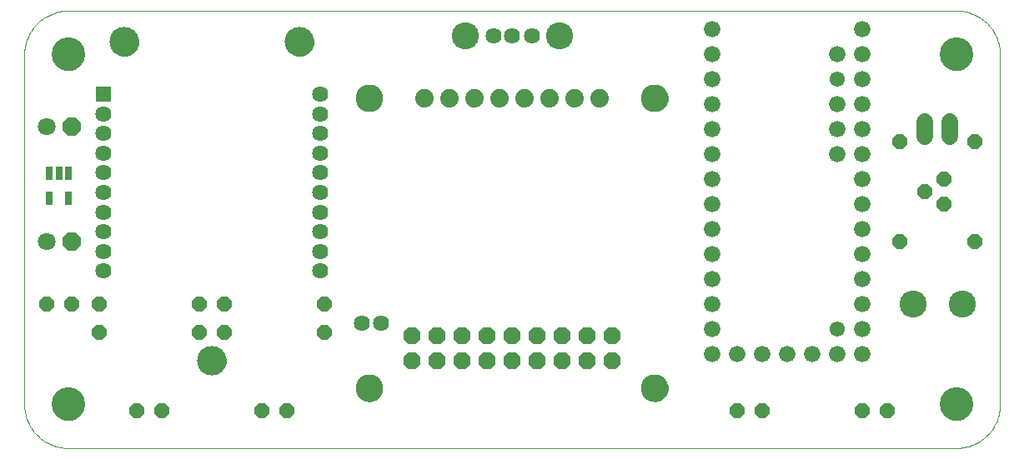
<source format=gts>
G75*
G70*
%OFA0B0*%
%FSLAX24Y24*%
%IPPOS*%
%LPD*%
%AMOC8*
5,1,8,0,0,1.08239X$1,22.5*
%
%ADD10C,0.0000*%
%ADD11C,0.1182*%
%ADD12C,0.0640*%
%ADD13R,0.0640X0.0640*%
%ADD14C,0.0660*%
%ADD15OC8,0.0600*%
%ADD16C,0.0740*%
%ADD17C,0.1104*%
%ADD18R,0.0297X0.0552*%
%ADD19OC8,0.0710*%
%ADD20C,0.0710*%
%ADD21C,0.1340*%
%ADD22C,0.1080*%
%ADD23OC8,0.0680*%
%ADD24C,0.0674*%
%ADD25C,0.0611*%
D10*
X002418Y000253D02*
X037918Y000253D01*
X037288Y002003D02*
X037290Y002053D01*
X037296Y002103D01*
X037306Y002152D01*
X037320Y002200D01*
X037337Y002247D01*
X037358Y002292D01*
X037383Y002336D01*
X037411Y002377D01*
X037443Y002416D01*
X037477Y002453D01*
X037514Y002487D01*
X037554Y002517D01*
X037596Y002544D01*
X037640Y002568D01*
X037686Y002589D01*
X037733Y002605D01*
X037781Y002618D01*
X037831Y002627D01*
X037880Y002632D01*
X037931Y002633D01*
X037981Y002630D01*
X038030Y002623D01*
X038079Y002612D01*
X038127Y002597D01*
X038173Y002579D01*
X038218Y002557D01*
X038261Y002531D01*
X038302Y002502D01*
X038341Y002470D01*
X038377Y002435D01*
X038409Y002397D01*
X038439Y002357D01*
X038466Y002314D01*
X038489Y002270D01*
X038508Y002224D01*
X038524Y002176D01*
X038536Y002127D01*
X038544Y002078D01*
X038548Y002028D01*
X038548Y001978D01*
X038544Y001928D01*
X038536Y001879D01*
X038524Y001830D01*
X038508Y001782D01*
X038489Y001736D01*
X038466Y001692D01*
X038439Y001649D01*
X038409Y001609D01*
X038377Y001571D01*
X038341Y001536D01*
X038302Y001504D01*
X038261Y001475D01*
X038218Y001449D01*
X038173Y001427D01*
X038127Y001409D01*
X038079Y001394D01*
X038030Y001383D01*
X037981Y001376D01*
X037931Y001373D01*
X037880Y001374D01*
X037831Y001379D01*
X037781Y001388D01*
X037733Y001401D01*
X037686Y001417D01*
X037640Y001438D01*
X037596Y001462D01*
X037554Y001489D01*
X037514Y001519D01*
X037477Y001553D01*
X037443Y001590D01*
X037411Y001629D01*
X037383Y001670D01*
X037358Y001714D01*
X037337Y001759D01*
X037320Y001806D01*
X037306Y001854D01*
X037296Y001903D01*
X037290Y001953D01*
X037288Y002003D01*
X037918Y000253D02*
X038001Y000255D01*
X038084Y000261D01*
X038167Y000271D01*
X038249Y000285D01*
X038331Y000302D01*
X038411Y000324D01*
X038490Y000349D01*
X038568Y000378D01*
X038645Y000411D01*
X038720Y000448D01*
X038793Y000487D01*
X038864Y000531D01*
X038933Y000577D01*
X039000Y000627D01*
X039064Y000680D01*
X039126Y000736D01*
X039185Y000795D01*
X039241Y000857D01*
X039294Y000921D01*
X039344Y000988D01*
X039390Y001057D01*
X039434Y001128D01*
X039473Y001201D01*
X039510Y001276D01*
X039543Y001353D01*
X039572Y001431D01*
X039597Y001510D01*
X039619Y001590D01*
X039636Y001672D01*
X039650Y001754D01*
X039660Y001837D01*
X039666Y001920D01*
X039668Y002003D01*
X039668Y016003D01*
X037288Y016003D02*
X037290Y016053D01*
X037296Y016103D01*
X037306Y016152D01*
X037320Y016200D01*
X037337Y016247D01*
X037358Y016292D01*
X037383Y016336D01*
X037411Y016377D01*
X037443Y016416D01*
X037477Y016453D01*
X037514Y016487D01*
X037554Y016517D01*
X037596Y016544D01*
X037640Y016568D01*
X037686Y016589D01*
X037733Y016605D01*
X037781Y016618D01*
X037831Y016627D01*
X037880Y016632D01*
X037931Y016633D01*
X037981Y016630D01*
X038030Y016623D01*
X038079Y016612D01*
X038127Y016597D01*
X038173Y016579D01*
X038218Y016557D01*
X038261Y016531D01*
X038302Y016502D01*
X038341Y016470D01*
X038377Y016435D01*
X038409Y016397D01*
X038439Y016357D01*
X038466Y016314D01*
X038489Y016270D01*
X038508Y016224D01*
X038524Y016176D01*
X038536Y016127D01*
X038544Y016078D01*
X038548Y016028D01*
X038548Y015978D01*
X038544Y015928D01*
X038536Y015879D01*
X038524Y015830D01*
X038508Y015782D01*
X038489Y015736D01*
X038466Y015692D01*
X038439Y015649D01*
X038409Y015609D01*
X038377Y015571D01*
X038341Y015536D01*
X038302Y015504D01*
X038261Y015475D01*
X038218Y015449D01*
X038173Y015427D01*
X038127Y015409D01*
X038079Y015394D01*
X038030Y015383D01*
X037981Y015376D01*
X037931Y015373D01*
X037880Y015374D01*
X037831Y015379D01*
X037781Y015388D01*
X037733Y015401D01*
X037686Y015417D01*
X037640Y015438D01*
X037596Y015462D01*
X037554Y015489D01*
X037514Y015519D01*
X037477Y015553D01*
X037443Y015590D01*
X037411Y015629D01*
X037383Y015670D01*
X037358Y015714D01*
X037337Y015759D01*
X037320Y015806D01*
X037306Y015854D01*
X037296Y015903D01*
X037290Y015953D01*
X037288Y016003D01*
X037918Y017753D02*
X038001Y017751D01*
X038084Y017745D01*
X038167Y017735D01*
X038249Y017721D01*
X038331Y017704D01*
X038411Y017682D01*
X038490Y017657D01*
X038568Y017628D01*
X038645Y017595D01*
X038720Y017558D01*
X038793Y017519D01*
X038864Y017475D01*
X038933Y017429D01*
X039000Y017379D01*
X039064Y017326D01*
X039126Y017270D01*
X039185Y017211D01*
X039241Y017149D01*
X039294Y017085D01*
X039344Y017018D01*
X039390Y016949D01*
X039434Y016878D01*
X039473Y016805D01*
X039510Y016730D01*
X039543Y016653D01*
X039572Y016575D01*
X039597Y016496D01*
X039619Y016416D01*
X039636Y016334D01*
X039650Y016252D01*
X039660Y016169D01*
X039666Y016086D01*
X039668Y016003D01*
X037918Y017753D02*
X002418Y017753D01*
X004117Y016503D02*
X004119Y016550D01*
X004125Y016596D01*
X004135Y016642D01*
X004148Y016687D01*
X004166Y016730D01*
X004187Y016772D01*
X004211Y016812D01*
X004239Y016849D01*
X004270Y016884D01*
X004304Y016917D01*
X004340Y016946D01*
X004379Y016972D01*
X004420Y016995D01*
X004463Y017014D01*
X004507Y017030D01*
X004552Y017042D01*
X004598Y017050D01*
X004645Y017054D01*
X004691Y017054D01*
X004738Y017050D01*
X004784Y017042D01*
X004829Y017030D01*
X004873Y017014D01*
X004916Y016995D01*
X004957Y016972D01*
X004996Y016946D01*
X005032Y016917D01*
X005066Y016884D01*
X005097Y016849D01*
X005125Y016812D01*
X005149Y016772D01*
X005170Y016730D01*
X005188Y016687D01*
X005201Y016642D01*
X005211Y016596D01*
X005217Y016550D01*
X005219Y016503D01*
X005217Y016456D01*
X005211Y016410D01*
X005201Y016364D01*
X005188Y016319D01*
X005170Y016276D01*
X005149Y016234D01*
X005125Y016194D01*
X005097Y016157D01*
X005066Y016122D01*
X005032Y016089D01*
X004996Y016060D01*
X004957Y016034D01*
X004916Y016011D01*
X004873Y015992D01*
X004829Y015976D01*
X004784Y015964D01*
X004738Y015956D01*
X004691Y015952D01*
X004645Y015952D01*
X004598Y015956D01*
X004552Y015964D01*
X004507Y015976D01*
X004463Y015992D01*
X004420Y016011D01*
X004379Y016034D01*
X004340Y016060D01*
X004304Y016089D01*
X004270Y016122D01*
X004239Y016157D01*
X004211Y016194D01*
X004187Y016234D01*
X004166Y016276D01*
X004148Y016319D01*
X004135Y016364D01*
X004125Y016410D01*
X004119Y016456D01*
X004117Y016503D01*
X001788Y016003D02*
X001790Y016053D01*
X001796Y016103D01*
X001806Y016152D01*
X001820Y016200D01*
X001837Y016247D01*
X001858Y016292D01*
X001883Y016336D01*
X001911Y016377D01*
X001943Y016416D01*
X001977Y016453D01*
X002014Y016487D01*
X002054Y016517D01*
X002096Y016544D01*
X002140Y016568D01*
X002186Y016589D01*
X002233Y016605D01*
X002281Y016618D01*
X002331Y016627D01*
X002380Y016632D01*
X002431Y016633D01*
X002481Y016630D01*
X002530Y016623D01*
X002579Y016612D01*
X002627Y016597D01*
X002673Y016579D01*
X002718Y016557D01*
X002761Y016531D01*
X002802Y016502D01*
X002841Y016470D01*
X002877Y016435D01*
X002909Y016397D01*
X002939Y016357D01*
X002966Y016314D01*
X002989Y016270D01*
X003008Y016224D01*
X003024Y016176D01*
X003036Y016127D01*
X003044Y016078D01*
X003048Y016028D01*
X003048Y015978D01*
X003044Y015928D01*
X003036Y015879D01*
X003024Y015830D01*
X003008Y015782D01*
X002989Y015736D01*
X002966Y015692D01*
X002939Y015649D01*
X002909Y015609D01*
X002877Y015571D01*
X002841Y015536D01*
X002802Y015504D01*
X002761Y015475D01*
X002718Y015449D01*
X002673Y015427D01*
X002627Y015409D01*
X002579Y015394D01*
X002530Y015383D01*
X002481Y015376D01*
X002431Y015373D01*
X002380Y015374D01*
X002331Y015379D01*
X002281Y015388D01*
X002233Y015401D01*
X002186Y015417D01*
X002140Y015438D01*
X002096Y015462D01*
X002054Y015489D01*
X002014Y015519D01*
X001977Y015553D01*
X001943Y015590D01*
X001911Y015629D01*
X001883Y015670D01*
X001858Y015714D01*
X001837Y015759D01*
X001820Y015806D01*
X001806Y015854D01*
X001796Y015903D01*
X001790Y015953D01*
X001788Y016003D01*
X000668Y016003D02*
X000670Y016086D01*
X000676Y016169D01*
X000686Y016252D01*
X000700Y016334D01*
X000717Y016416D01*
X000739Y016496D01*
X000764Y016575D01*
X000793Y016653D01*
X000826Y016730D01*
X000863Y016805D01*
X000902Y016878D01*
X000946Y016949D01*
X000992Y017018D01*
X001042Y017085D01*
X001095Y017149D01*
X001151Y017211D01*
X001210Y017270D01*
X001272Y017326D01*
X001336Y017379D01*
X001403Y017429D01*
X001472Y017475D01*
X001543Y017519D01*
X001616Y017558D01*
X001691Y017595D01*
X001768Y017628D01*
X001846Y017657D01*
X001925Y017682D01*
X002005Y017704D01*
X002087Y017721D01*
X002169Y017735D01*
X002252Y017745D01*
X002335Y017751D01*
X002418Y017753D01*
X000668Y016003D02*
X000668Y002003D01*
X001788Y002003D02*
X001790Y002053D01*
X001796Y002103D01*
X001806Y002152D01*
X001820Y002200D01*
X001837Y002247D01*
X001858Y002292D01*
X001883Y002336D01*
X001911Y002377D01*
X001943Y002416D01*
X001977Y002453D01*
X002014Y002487D01*
X002054Y002517D01*
X002096Y002544D01*
X002140Y002568D01*
X002186Y002589D01*
X002233Y002605D01*
X002281Y002618D01*
X002331Y002627D01*
X002380Y002632D01*
X002431Y002633D01*
X002481Y002630D01*
X002530Y002623D01*
X002579Y002612D01*
X002627Y002597D01*
X002673Y002579D01*
X002718Y002557D01*
X002761Y002531D01*
X002802Y002502D01*
X002841Y002470D01*
X002877Y002435D01*
X002909Y002397D01*
X002939Y002357D01*
X002966Y002314D01*
X002989Y002270D01*
X003008Y002224D01*
X003024Y002176D01*
X003036Y002127D01*
X003044Y002078D01*
X003048Y002028D01*
X003048Y001978D01*
X003044Y001928D01*
X003036Y001879D01*
X003024Y001830D01*
X003008Y001782D01*
X002989Y001736D01*
X002966Y001692D01*
X002939Y001649D01*
X002909Y001609D01*
X002877Y001571D01*
X002841Y001536D01*
X002802Y001504D01*
X002761Y001475D01*
X002718Y001449D01*
X002673Y001427D01*
X002627Y001409D01*
X002579Y001394D01*
X002530Y001383D01*
X002481Y001376D01*
X002431Y001373D01*
X002380Y001374D01*
X002331Y001379D01*
X002281Y001388D01*
X002233Y001401D01*
X002186Y001417D01*
X002140Y001438D01*
X002096Y001462D01*
X002054Y001489D01*
X002014Y001519D01*
X001977Y001553D01*
X001943Y001590D01*
X001911Y001629D01*
X001883Y001670D01*
X001858Y001714D01*
X001837Y001759D01*
X001820Y001806D01*
X001806Y001854D01*
X001796Y001903D01*
X001790Y001953D01*
X001788Y002003D01*
X000668Y002003D02*
X000670Y001920D01*
X000676Y001837D01*
X000686Y001754D01*
X000700Y001672D01*
X000717Y001590D01*
X000739Y001510D01*
X000764Y001431D01*
X000793Y001353D01*
X000826Y001276D01*
X000863Y001201D01*
X000902Y001128D01*
X000946Y001057D01*
X000992Y000988D01*
X001042Y000921D01*
X001095Y000857D01*
X001151Y000795D01*
X001210Y000736D01*
X001272Y000680D01*
X001336Y000627D01*
X001403Y000577D01*
X001472Y000531D01*
X001543Y000487D01*
X001616Y000448D01*
X001691Y000411D01*
X001768Y000378D01*
X001846Y000349D01*
X001925Y000324D01*
X002005Y000302D01*
X002087Y000285D01*
X002169Y000271D01*
X002252Y000261D01*
X002335Y000255D01*
X002418Y000253D01*
X007617Y003753D02*
X007619Y003800D01*
X007625Y003846D01*
X007635Y003892D01*
X007648Y003937D01*
X007666Y003980D01*
X007687Y004022D01*
X007711Y004062D01*
X007739Y004099D01*
X007770Y004134D01*
X007804Y004167D01*
X007840Y004196D01*
X007879Y004222D01*
X007920Y004245D01*
X007963Y004264D01*
X008007Y004280D01*
X008052Y004292D01*
X008098Y004300D01*
X008145Y004304D01*
X008191Y004304D01*
X008238Y004300D01*
X008284Y004292D01*
X008329Y004280D01*
X008373Y004264D01*
X008416Y004245D01*
X008457Y004222D01*
X008496Y004196D01*
X008532Y004167D01*
X008566Y004134D01*
X008597Y004099D01*
X008625Y004062D01*
X008649Y004022D01*
X008670Y003980D01*
X008688Y003937D01*
X008701Y003892D01*
X008711Y003846D01*
X008717Y003800D01*
X008719Y003753D01*
X008717Y003706D01*
X008711Y003660D01*
X008701Y003614D01*
X008688Y003569D01*
X008670Y003526D01*
X008649Y003484D01*
X008625Y003444D01*
X008597Y003407D01*
X008566Y003372D01*
X008532Y003339D01*
X008496Y003310D01*
X008457Y003284D01*
X008416Y003261D01*
X008373Y003242D01*
X008329Y003226D01*
X008284Y003214D01*
X008238Y003206D01*
X008191Y003202D01*
X008145Y003202D01*
X008098Y003206D01*
X008052Y003214D01*
X008007Y003226D01*
X007963Y003242D01*
X007920Y003261D01*
X007879Y003284D01*
X007840Y003310D01*
X007804Y003339D01*
X007770Y003372D01*
X007739Y003407D01*
X007711Y003444D01*
X007687Y003484D01*
X007666Y003526D01*
X007648Y003569D01*
X007635Y003614D01*
X007625Y003660D01*
X007619Y003706D01*
X007617Y003753D01*
X013947Y002639D02*
X013949Y002684D01*
X013955Y002728D01*
X013964Y002772D01*
X013978Y002814D01*
X013995Y002855D01*
X014016Y002895D01*
X014040Y002933D01*
X014067Y002968D01*
X014097Y003001D01*
X014130Y003031D01*
X014165Y003058D01*
X014203Y003082D01*
X014243Y003103D01*
X014284Y003120D01*
X014326Y003134D01*
X014370Y003143D01*
X014414Y003149D01*
X014459Y003151D01*
X014504Y003149D01*
X014548Y003143D01*
X014592Y003134D01*
X014634Y003120D01*
X014675Y003103D01*
X014715Y003082D01*
X014753Y003058D01*
X014788Y003031D01*
X014821Y003001D01*
X014851Y002968D01*
X014878Y002933D01*
X014902Y002895D01*
X014923Y002855D01*
X014940Y002814D01*
X014954Y002772D01*
X014963Y002728D01*
X014969Y002684D01*
X014971Y002639D01*
X014969Y002594D01*
X014963Y002550D01*
X014954Y002506D01*
X014940Y002464D01*
X014923Y002423D01*
X014902Y002383D01*
X014878Y002345D01*
X014851Y002310D01*
X014821Y002277D01*
X014788Y002247D01*
X014753Y002220D01*
X014715Y002196D01*
X014675Y002175D01*
X014634Y002158D01*
X014592Y002144D01*
X014548Y002135D01*
X014504Y002129D01*
X014459Y002127D01*
X014414Y002129D01*
X014370Y002135D01*
X014326Y002144D01*
X014284Y002158D01*
X014243Y002175D01*
X014203Y002196D01*
X014165Y002220D01*
X014130Y002247D01*
X014097Y002277D01*
X014067Y002310D01*
X014040Y002345D01*
X014016Y002383D01*
X013995Y002423D01*
X013978Y002464D01*
X013964Y002506D01*
X013955Y002550D01*
X013949Y002594D01*
X013947Y002639D01*
X025364Y002639D02*
X025366Y002684D01*
X025372Y002728D01*
X025381Y002772D01*
X025395Y002814D01*
X025412Y002855D01*
X025433Y002895D01*
X025457Y002933D01*
X025484Y002968D01*
X025514Y003001D01*
X025547Y003031D01*
X025582Y003058D01*
X025620Y003082D01*
X025660Y003103D01*
X025701Y003120D01*
X025743Y003134D01*
X025787Y003143D01*
X025831Y003149D01*
X025876Y003151D01*
X025921Y003149D01*
X025965Y003143D01*
X026009Y003134D01*
X026051Y003120D01*
X026092Y003103D01*
X026132Y003082D01*
X026170Y003058D01*
X026205Y003031D01*
X026238Y003001D01*
X026268Y002968D01*
X026295Y002933D01*
X026319Y002895D01*
X026340Y002855D01*
X026357Y002814D01*
X026371Y002772D01*
X026380Y002728D01*
X026386Y002684D01*
X026388Y002639D01*
X026386Y002594D01*
X026380Y002550D01*
X026371Y002506D01*
X026357Y002464D01*
X026340Y002423D01*
X026319Y002383D01*
X026295Y002345D01*
X026268Y002310D01*
X026238Y002277D01*
X026205Y002247D01*
X026170Y002220D01*
X026132Y002196D01*
X026092Y002175D01*
X026051Y002158D01*
X026009Y002144D01*
X025965Y002135D01*
X025921Y002129D01*
X025876Y002127D01*
X025831Y002129D01*
X025787Y002135D01*
X025743Y002144D01*
X025701Y002158D01*
X025660Y002175D01*
X025620Y002196D01*
X025582Y002220D01*
X025547Y002247D01*
X025514Y002277D01*
X025484Y002310D01*
X025457Y002345D01*
X025433Y002383D01*
X025412Y002423D01*
X025395Y002464D01*
X025381Y002506D01*
X025372Y002550D01*
X025366Y002594D01*
X025364Y002639D01*
X025364Y014253D02*
X025366Y014298D01*
X025372Y014342D01*
X025381Y014386D01*
X025395Y014428D01*
X025412Y014469D01*
X025433Y014509D01*
X025457Y014547D01*
X025484Y014582D01*
X025514Y014615D01*
X025547Y014645D01*
X025582Y014672D01*
X025620Y014696D01*
X025660Y014717D01*
X025701Y014734D01*
X025743Y014748D01*
X025787Y014757D01*
X025831Y014763D01*
X025876Y014765D01*
X025921Y014763D01*
X025965Y014757D01*
X026009Y014748D01*
X026051Y014734D01*
X026092Y014717D01*
X026132Y014696D01*
X026170Y014672D01*
X026205Y014645D01*
X026238Y014615D01*
X026268Y014582D01*
X026295Y014547D01*
X026319Y014509D01*
X026340Y014469D01*
X026357Y014428D01*
X026371Y014386D01*
X026380Y014342D01*
X026386Y014298D01*
X026388Y014253D01*
X026386Y014208D01*
X026380Y014164D01*
X026371Y014120D01*
X026357Y014078D01*
X026340Y014037D01*
X026319Y013997D01*
X026295Y013959D01*
X026268Y013924D01*
X026238Y013891D01*
X026205Y013861D01*
X026170Y013834D01*
X026132Y013810D01*
X026092Y013789D01*
X026051Y013772D01*
X026009Y013758D01*
X025965Y013749D01*
X025921Y013743D01*
X025876Y013741D01*
X025831Y013743D01*
X025787Y013749D01*
X025743Y013758D01*
X025701Y013772D01*
X025660Y013789D01*
X025620Y013810D01*
X025582Y013834D01*
X025547Y013861D01*
X025514Y013891D01*
X025484Y013924D01*
X025457Y013959D01*
X025433Y013997D01*
X025412Y014037D01*
X025395Y014078D01*
X025381Y014120D01*
X025372Y014164D01*
X025366Y014208D01*
X025364Y014253D01*
X013947Y014253D02*
X013949Y014298D01*
X013955Y014342D01*
X013964Y014386D01*
X013978Y014428D01*
X013995Y014469D01*
X014016Y014509D01*
X014040Y014547D01*
X014067Y014582D01*
X014097Y014615D01*
X014130Y014645D01*
X014165Y014672D01*
X014203Y014696D01*
X014243Y014717D01*
X014284Y014734D01*
X014326Y014748D01*
X014370Y014757D01*
X014414Y014763D01*
X014459Y014765D01*
X014504Y014763D01*
X014548Y014757D01*
X014592Y014748D01*
X014634Y014734D01*
X014675Y014717D01*
X014715Y014696D01*
X014753Y014672D01*
X014788Y014645D01*
X014821Y014615D01*
X014851Y014582D01*
X014878Y014547D01*
X014902Y014509D01*
X014923Y014469D01*
X014940Y014428D01*
X014954Y014386D01*
X014963Y014342D01*
X014969Y014298D01*
X014971Y014253D01*
X014969Y014208D01*
X014963Y014164D01*
X014954Y014120D01*
X014940Y014078D01*
X014923Y014037D01*
X014902Y013997D01*
X014878Y013959D01*
X014851Y013924D01*
X014821Y013891D01*
X014788Y013861D01*
X014753Y013834D01*
X014715Y013810D01*
X014675Y013789D01*
X014634Y013772D01*
X014592Y013758D01*
X014548Y013749D01*
X014504Y013743D01*
X014459Y013741D01*
X014414Y013743D01*
X014370Y013749D01*
X014326Y013758D01*
X014284Y013772D01*
X014243Y013789D01*
X014203Y013810D01*
X014165Y013834D01*
X014130Y013861D01*
X014097Y013891D01*
X014067Y013924D01*
X014040Y013959D01*
X014016Y013997D01*
X013995Y014037D01*
X013978Y014078D01*
X013964Y014120D01*
X013955Y014164D01*
X013949Y014208D01*
X013947Y014253D01*
X011117Y016503D02*
X011119Y016550D01*
X011125Y016596D01*
X011135Y016642D01*
X011148Y016687D01*
X011166Y016730D01*
X011187Y016772D01*
X011211Y016812D01*
X011239Y016849D01*
X011270Y016884D01*
X011304Y016917D01*
X011340Y016946D01*
X011379Y016972D01*
X011420Y016995D01*
X011463Y017014D01*
X011507Y017030D01*
X011552Y017042D01*
X011598Y017050D01*
X011645Y017054D01*
X011691Y017054D01*
X011738Y017050D01*
X011784Y017042D01*
X011829Y017030D01*
X011873Y017014D01*
X011916Y016995D01*
X011957Y016972D01*
X011996Y016946D01*
X012032Y016917D01*
X012066Y016884D01*
X012097Y016849D01*
X012125Y016812D01*
X012149Y016772D01*
X012170Y016730D01*
X012188Y016687D01*
X012201Y016642D01*
X012211Y016596D01*
X012217Y016550D01*
X012219Y016503D01*
X012217Y016456D01*
X012211Y016410D01*
X012201Y016364D01*
X012188Y016319D01*
X012170Y016276D01*
X012149Y016234D01*
X012125Y016194D01*
X012097Y016157D01*
X012066Y016122D01*
X012032Y016089D01*
X011996Y016060D01*
X011957Y016034D01*
X011916Y016011D01*
X011873Y015992D01*
X011829Y015976D01*
X011784Y015964D01*
X011738Y015956D01*
X011691Y015952D01*
X011645Y015952D01*
X011598Y015956D01*
X011552Y015964D01*
X011507Y015976D01*
X011463Y015992D01*
X011420Y016011D01*
X011379Y016034D01*
X011340Y016060D01*
X011304Y016089D01*
X011270Y016122D01*
X011239Y016157D01*
X011211Y016194D01*
X011187Y016234D01*
X011166Y016276D01*
X011148Y016319D01*
X011135Y016364D01*
X011125Y016410D01*
X011119Y016456D01*
X011117Y016503D01*
D11*
X011668Y016503D03*
X004668Y016503D03*
X008168Y003753D03*
D12*
X014149Y005253D03*
X014936Y005253D03*
X012498Y007332D03*
X012498Y008119D03*
X012498Y008907D03*
X012498Y009694D03*
X012498Y010481D03*
X012498Y011269D03*
X012498Y012056D03*
X012498Y012844D03*
X012498Y013631D03*
X012498Y014419D03*
X019420Y016753D03*
X020168Y016753D03*
X020955Y016753D03*
X003837Y013631D03*
X003837Y012844D03*
X003837Y012056D03*
X003837Y011269D03*
X003837Y010481D03*
X003837Y009694D03*
X003837Y008907D03*
X003837Y008119D03*
X003837Y007332D03*
D13*
X003837Y014419D03*
D14*
X028168Y014003D03*
X028168Y013003D03*
X028168Y012003D03*
X028168Y011003D03*
X028168Y010003D03*
X028168Y009003D03*
X028168Y008003D03*
X028168Y007003D03*
X028168Y006003D03*
X028168Y005003D03*
X028168Y004003D03*
X029168Y004003D03*
X030168Y004003D03*
X031168Y004003D03*
X032168Y004003D03*
X033168Y004003D03*
X034168Y004003D03*
X034168Y005003D03*
X034168Y006003D03*
X034168Y007003D03*
X034168Y008003D03*
X034168Y009003D03*
X034168Y010003D03*
X034168Y011003D03*
X034168Y012003D03*
X033168Y012003D03*
X033168Y013003D03*
X034168Y013003D03*
X034168Y014003D03*
X033168Y014003D03*
X034168Y015003D03*
X034168Y016003D03*
X033168Y016003D03*
X034168Y017003D03*
X028168Y017003D03*
X028168Y016003D03*
X028168Y015003D03*
D15*
X035668Y012503D03*
X037418Y011003D03*
X036668Y010503D03*
X037418Y010003D03*
X038668Y008503D03*
X035668Y008503D03*
X038668Y012503D03*
X035168Y001753D03*
X034168Y001753D03*
X030168Y001753D03*
X029168Y001753D03*
X012668Y004878D03*
X012668Y006003D03*
X008668Y006003D03*
X007668Y006003D03*
X007668Y004878D03*
X008668Y004878D03*
X003668Y004878D03*
X003668Y006003D03*
X002543Y006003D03*
X001543Y006003D03*
X005168Y001753D03*
X006168Y001753D03*
X010168Y001753D03*
X011168Y001753D03*
D16*
X016668Y014253D03*
X017668Y014253D03*
X018668Y014253D03*
X019668Y014253D03*
X020668Y014253D03*
X021668Y014253D03*
X022668Y014253D03*
X023668Y014253D03*
D17*
X025876Y014253D03*
X014459Y014253D03*
X014459Y002639D03*
X025876Y002639D03*
D18*
X002417Y010241D03*
X001669Y010241D03*
X001669Y011265D03*
X002043Y011265D03*
X002417Y011265D03*
D19*
X002543Y013128D03*
X002543Y008503D03*
D20*
X001543Y008503D03*
X001543Y013128D03*
D21*
X002418Y016003D03*
X002418Y002003D03*
X037918Y002003D03*
X037918Y016003D03*
D22*
X022057Y016753D03*
X018278Y016753D03*
X036183Y006003D03*
X038152Y006003D03*
D23*
X024168Y004753D03*
X023168Y004753D03*
X022168Y004753D03*
X021168Y004753D03*
X020168Y004753D03*
X019168Y004753D03*
X018168Y004753D03*
X017168Y004753D03*
X016168Y004753D03*
X016168Y003753D03*
X017168Y003753D03*
X018168Y003753D03*
X019168Y003753D03*
X020168Y003753D03*
X021168Y003753D03*
X022168Y003753D03*
X023168Y003753D03*
X024168Y003753D03*
D24*
X036668Y012706D02*
X036668Y013300D01*
X037668Y013300D02*
X037668Y012706D01*
D25*
X033168Y015003D03*
X033168Y005003D03*
M02*

</source>
